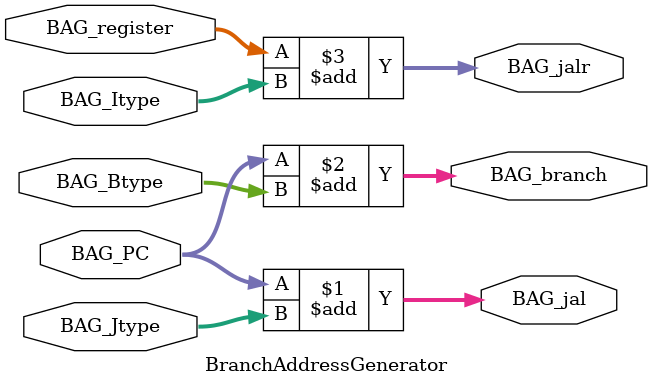
<source format=sv>
`timescale 1ns / 1ps


module BranchAddressGenerator(
    input  [31:0] BAG_PC,
    input  [31:0] BAG_Jtype,
    input  [31:0] BAG_Btype,
    input  [31:0] BAG_Itype,
    input  [31:0] BAG_register,
    output [31:0] BAG_jal,
    output [31:0] BAG_branch,
    output [31:0] BAG_jalr
    );
    
    assign BAG_jal    = BAG_PC + BAG_Jtype;
    assign BAG_branch = BAG_PC + BAG_Btype;
    assign BAG_jalr   = BAG_register + BAG_Itype;
     
endmodule

</source>
